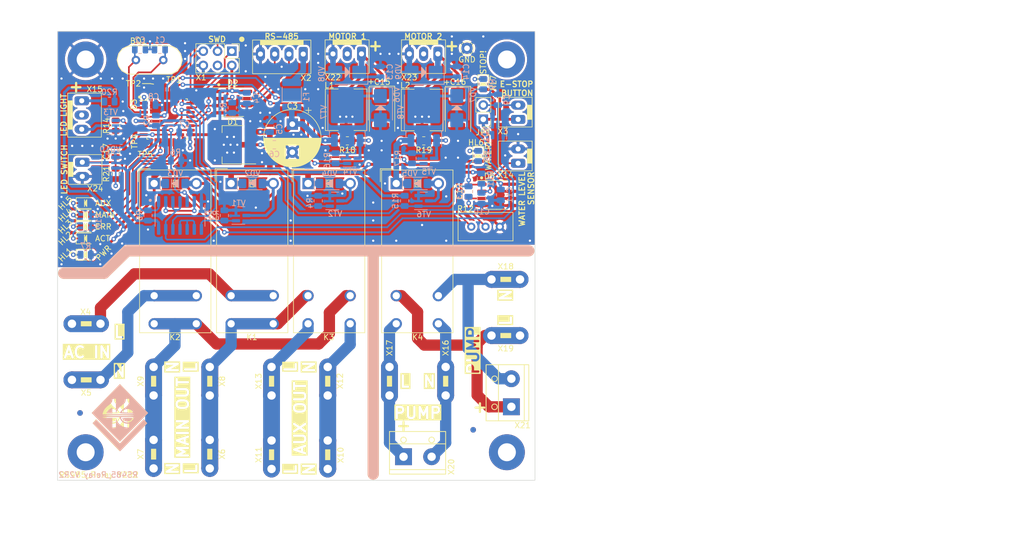
<source format=kicad_pcb>
(kicad_pcb
	(version 20240108)
	(generator "pcbnew")
	(generator_version "8.0")
	(general
		(thickness 1.6)
		(legacy_teardrops no)
	)
	(paper "A4")
	(title_block
		(title "RS485_Relay V2 module")
		(rev "2")
		(company "ООО \"Экросхим\"")
		(comment 1 "Anton Mukhin")
	)
	(layers
		(0 "F.Cu" signal)
		(31 "B.Cu" signal)
		(32 "B.Adhes" user "B.Adhesive")
		(33 "F.Adhes" user "F.Adhesive")
		(34 "B.Paste" user)
		(35 "F.Paste" user)
		(36 "B.SilkS" user "B.Silkscreen")
		(37 "F.SilkS" user "F.Silkscreen")
		(38 "B.Mask" user)
		(39 "F.Mask" user)
		(40 "Dwgs.User" user "User.Drawings")
		(41 "Cmts.User" user "User.Comments")
		(42 "Eco1.User" user "User.Eco1")
		(43 "Eco2.User" user "User.Eco2")
		(44 "Edge.Cuts" user)
		(45 "Margin" user)
		(46 "B.CrtYd" user "B.Courtyard")
		(47 "F.CrtYd" user "F.Courtyard")
		(48 "B.Fab" user)
		(49 "F.Fab" user)
		(50 "User.1" user)
		(51 "User.2" user)
		(52 "User.3" user)
		(53 "User.4" user)
		(54 "User.5" user)
		(55 "User.6" user)
		(56 "User.7" user)
		(57 "User.8" user)
		(58 "User.9" user)
	)
	(setup
		(pad_to_mask_clearance 0)
		(allow_soldermask_bridges_in_footprints no)
		(aux_axis_origin 40 110)
		(grid_origin 40 110)
		(pcbplotparams
			(layerselection 0x00010fc_ffffffff)
			(plot_on_all_layers_selection 0x0000000_00000000)
			(disableapertmacros no)
			(usegerberextensions no)
			(usegerberattributes no)
			(usegerberadvancedattributes no)
			(creategerberjobfile no)
			(dashed_line_dash_ratio 12.000000)
			(dashed_line_gap_ratio 3.000000)
			(svgprecision 4)
			(plotframeref no)
			(viasonmask no)
			(mode 1)
			(useauxorigin yes)
			(hpglpennumber 1)
			(hpglpenspeed 20)
			(hpglpendiameter 15.000000)
			(pdf_front_fp_property_popups yes)
			(pdf_back_fp_property_popups yes)
			(dxfpolygonmode yes)
			(dxfimperialunits yes)
			(dxfusepcbnewfont yes)
			(psnegative no)
			(psa4output no)
			(plotreference yes)
			(plotvalue no)
			(plotfptext yes)
			(plotinvisibletext no)
			(sketchpadsonfab no)
			(subtractmaskfromsilk yes)
			(outputformat 1)
			(mirror no)
			(drillshape 0)
			(scaleselection 1)
			(outputdirectory "gerbers/")
		)
	)
	(net 0 "")
	(net 1 "Net-(D3-PF1)")
	(net 2 "Net-(D3-PF0)")
	(net 3 "GND")
	(net 4 "+12V")
	(net 5 "+3V3")
	(net 6 "E_STOP")
	(net 7 "Net-(D5A--)")
	(net 8 "Net-(D5A-+)")
	(net 9 "WATER")
	(net 10 "Net-(VD8-K)")
	(net 11 "Net-(VD9-K)")
	(net 12 "LIGHTS_SW")
	(net 13 "U1_RX")
	(net 14 "TXEN")
	(net 15 "U1_TX")
	(net 16 "Net-(D2-A)")
	(net 17 "Net-(D2-B)")
	(net 18 "RESET")
	(net 19 "Net-(D3-PA2)")
	(net 20 "Net-(D3-PA3)")
	(net 21 "LIGHTS")
	(net 22 "RL_EN")
	(net 23 "LED_AUX")
	(net 24 "LED_MAIN")
	(net 25 "LED_ERR")
	(net 26 "LED_ACT")
	(net 27 "unconnected-(D3-PA12-Pad22)")
	(net 28 "SWDIO")
	(net 29 "SWCLK")
	(net 30 "RL_AUX")
	(net 31 "RL_MAIN_uC")
	(net 32 "MOTOR1")
	(net 33 "MOTOR2")
	(net 34 "Net-(D3-PB6)")
	(net 35 "Net-(D3-PB7)")
	(net 36 "Net-(D4A-B)")
	(net 37 "LED_STOP")
	(net 38 "Net-(D4C-A)")
	(net 39 "RL_MAIN")
	(net 40 "Net-(X2-Pin_1)")
	(net 41 "unconnected-(H1-Pad1)")
	(net 42 "unconnected-(H2-Pad1)")
	(net 43 "unconnected-(H3-Pad1)")
	(net 44 "Net-(HL1-K)")
	(net 45 "Net-(HL2-K)")
	(net 46 "Net-(HL3-K)")
	(net 47 "Net-(HL4-K)")
	(net 48 "Net-(HL5-K)")
	(net 49 "Net-(HL6-K)")
	(net 50 "Net-(HL7-K)")
	(net 51 "/L_IN")
	(net 52 "/L_MAIN")
	(net 53 "Net-(VD2-A)")
	(net 54 "/N_IN")
	(net 55 "/N_MAIN")
	(net 56 "/L_AUX")
	(net 57 "/N_AUX")
	(net 58 "Net-(VD4-A)")
	(net 59 "Net-(X18-Pin_1)")
	(net 60 "Net-(X17-Pin_1)")
	(net 61 "Net-(X19-Pin_1)")
	(net 62 "Net-(X16-Pin_1)")
	(net 63 "Net-(VD5-A)")
	(net 64 "Net-(VD6-K)")
	(net 65 "Net-(VD7-K)")
	(net 66 "Net-(VT4-D)")
	(net 67 "Net-(VT5-D)")
	(net 68 "Net-(X15-Pin_1)")
	(net 69 "Net-(VT3-D)")
	(net 70 "unconnected-(X1-Pin_4-Pad4)")
	(net 71 "unconnected-(X15-Pin_2-Pad2)")
	(net 72 "unconnected-(X22-Pin_2-Pad2)")
	(net 73 "unconnected-(X23-Pin_2-Pad2)")
	(footprint "Package_SO:SOIC-8_3.9x4.9mm_P1.27mm" (layer "F.Cu") (at 71.2 42.599998))
	(footprint "Relay_THT:Relay_SPST_Omron_G2RL-1A-E" (layer "F.Cu") (at 57.2 57.1))
	(footprint "Ecohim:Connector_TAB_6.35mm" (layer "F.Cu") (at 57.1 92.34 90))
	(footprint "Capacitor_SMD:C_0805_2012Metric" (layer "F.Cu") (at 113.175 58.535 90))
	(footprint "LED_SMD:LED_0805_2012Metric" (layer "F.Cu") (at 45.000001 62.7))
	(footprint "Ecohim:TestPoint_Pad_D0.8mm_no_circle" (layer "F.Cu") (at 59.100001 39.6 180))
	(footprint "Ecohim:DS1070-3_WF-3_CONNFLY" (layer "F.Cu") (at 89.034999 34))
	(footprint "LED_SMD:LED_0805_2012Metric" (layer "F.Cu") (at 45 60.600001))
	(footprint "Resistor_SMD:R_0805_2012Metric" (layer "F.Cu") (at 50.3375 55.4 90))
	(footprint "Ecohim:Connector_TAB_6.35mm" (layer "F.Cu") (at 88.1 92.34 90))
	(footprint "LED_SMD:LED_0805_2012Metric" (layer "F.Cu") (at 45.000001 66.9))
	(footprint "Capacitor_SMD:C_0805_2012Metric" (layer "F.Cu") (at 50.3375 51.4 90))
	(footprint "Ecohim:Connector_TAB_6.35mm" (layer "F.Cu") (at 78.1 105.44 90))
	(footprint "Ecohim:TestPoint_Pad_D0.8mm_no_circle" (layer "F.Cu") (at 54.7 49.6 180))
	(footprint "Ecohim:Connector_TAB_6.35mm" (layer "F.Cu") (at 88.1 105.44 90))
	(footprint "Ecohim:Connector_TAB_6.35mm" (layer "F.Cu") (at 67.1 92.34 90))
	(footprint "Ecohim:Connector_TAB_6.35mm" (layer "F.Cu") (at 109.1 92.339999 -90))
	(footprint "Ecohim:TerminalBlock_KLS2-301-5.00-02P" (layer "F.Cu") (at 120.8 94.4 90))
	(footprint "Relay_THT:Relay_DPST_Omron_G2RL-2A" (layer "F.Cu") (at 100.3 57.1))
	(footprint "Ecohim:TestPoint_Pad_D0.8mm_no_circle" (layer "F.Cu") (at 57.8 39.6 180))
	(footprint "Connector_PinHeader_2.54mm:PinHeader_2x03_P2.54mm_Vertical" (layer "F.Cu") (at 71.025 33.525 -90))
	(footprint "MountingHole:MountingHole_3.2mm_M3_Pad" (layer "F.Cu") (at 45 105))
	(footprint "LED_SMD:LED_0805_2012Metric" (layer "F.Cu") (at 45 69.8))
	(footprint "Ecohim:Connector_TAB_6.35mm" (layer "F.Cu") (at 119.8 74.2))
	(footprint "Ecohim:Connector_TAB_6.35mm" (layer "F.Cu") (at 78.1 92.34 90))
	(footprint "Package_TO_SOT_SMD:SOT-223-3_TabPin2" (layer "F.Cu") (at 71.2 50.2 180))
	(footprint "Resistor_SMD:R_0805_2012Metric" (layer "F.Cu") (at 105.2 49.500001 180))
	(footprint "MountingHole:MountingHole_3.2mm_M3_Pad" (layer "F.Cu") (at 120 105))
	(footprint "Resistor_SMD:R_0805_2012Metric" (layer "F.Cu") (at 91.6 49.5 180))
	(footprint "MountingHole:MountingHole_3.2mm_M3_Pad" (layer "F.Cu") (at 45 35))
	(footprint "Ecohim:TestPoint_Pad_D0.8mm_no_circle" (layer "F.Cu") (at 55.5 50.6 180))
	(footprint "Ecohim:TerminalBlock_KLS2-301-5.00-02P" (layer "F.Cu") (at 104.1 105.8))
	(footprint "Ecohim:Connector_TAB_6.35mm" (layer "F.Cu") (at 57.1 105.34 90))
	(footprint "LED_SMD:LED_0805_2012Metric" (layer "F.Cu") (at 115.8 39.4 -90))
	(footprint "Ecohim:Ecohim-logo_10x12mm" (layer "F.Cu") (at 51.1 98.8))
	(footprint "LED_SMD:LED_0805_2012Metric" (layer "F.Cu") (at 45 64.8))
	(footprint "Potentiometer_THT:Potentiometer_Bourns_3296W_Vertical" (layer "F.Cu") (at 113.66 64.8 180))
	(footprint "Ecohim:DS1070-3_WF-3_CONNFLY" (layer "F.Cu") (at 102.635001 34))
	(footprint "TestPoint:TestPoint_THTPad_D2.0mm_Drill1.0mm" (layer "F.Cu") (at 112.9 33 180))
	(footprint "Ecohim:L_7.3x7.3_H4.5" (layer "F.Cu") (at 91.375 43.965 90))
	(footprint "Fiducial:Fiducial_1mm_Mask3mm" (layer "F.Cu") (at 44 98))
	(footprint "Ecohim:Connector_TAB_6.35mm" (layer "F.Cu") (at 99.1 92.34 -90))
	(footprint "Relay_THT:Relay_DPST_Omron_G2RL-2A" (layer "F.Cu") (at 84.6 57.1))
	(footprint "Capacitor_Tantalum_SMD:CP_EIA-7343-31_Kemet-D" (layer "F.Cu") (at 111.3 44.2 -90))
	(footprint "Ecohim:DS1070-2_WF-2_CONNFLY" (layer "F.Cu") (at 122 50.95 -90))
	(footprint "Capacitor_Tantalum_SMD:CP_EIA-7343-31_Kemet-D" (layer "F.Cu") (at 97.775 44.165 -90))
	(footprint "MountingHole:MountingHole_3.2mm_M3_Pad" (layer "F.Cu") (at 120 35))
	(footprint "Ecohim:Connector_TAB_6.35mm" (layer "F.Cu") (at 67.1 105.34 90))
	(footprint "Package_SO:SOP-8_3.9x4.9mm_P1.27mm"
		(layer "F.Cu")
		(uuid "cc664ecd-ff80-46c5-b513-0eae4b8e19f0")
		(at 118.175 59.135)
		(descr "SOP, 8 Pin (http://www.macronix.com/Lists/Datasheet/Attachments/7534/MX25R3235F,%20Wide%20Range,%2032Mb,%20v1.6.pdf#page=79), generated with kicad-footprint-generator ipc_gullwing_generator.py")
		(tags "SOP SO")
		(property "Reference" "D5"
			(at -1.275 -3.335 0)
			(layer "F.SilkS")
			(uuid "7528f148-1ed7-4de0-ae7e-0a38b2fedf16")
			(effects
				(font
					(size 1 1)
					(thickness 0.15)
				)
			)
		)
		(property "Value" "LM393"
			(at 2.825 -0.035 90)
			(layer "F.Fab")
			(uuid "e336a0c8-d2e0-4cc4-8923-b3478b761b67")
			(effects
				(font
					(size 1 1)
					(thickness 0.15)
				)
			)
		)
		(property "Footprint" "Package_SO:SOP-8_3.9x4.9mm_P1.27mm"
			(at 0 0 0)
			(unlocked yes)
			(layer "F.Fab")
			(hide yes)
			(uuid "a5a4bb47-865f-4fcf-b428-066dad198a21")
			(effects
				(font
					(size 1.27 1.27)
				)
			)
		)
		(property "Datasheet" "http://www.ti.com/lit/ds/symlink/lm393.pdf"
			(at 0 0 0)
			(unlocked yes)
			(layer "F.Fab")
			(hide yes)
			(uuid "5b1983d7-4622-4372-a529-faea96ee0b55")
			(effects
				(font
					(size 1.27 1.27)
				)
			)
		)
		(property "Description" ""
			(at 0 0 0)
			(unlocked yes)
			(layer "F.Fab")
			(hide yes)
			(uuid "55f37b3f-f460-4c60-8162-352715072610")
			(effects
				(font
					(size 1.27 1.27)
				)
			)
		)
		(property ki_fp_filters "SOIC*3.9x4.9mm*P1.27mm* DIP*W7.62mm* SOP*5.28x5.23mm*P1.27mm* VSSOP*3.0x3.0mm*P0.65mm* TSSOP*4.4x3mm*P0.65mm*")
		(path "/244d5097-eb53-4d45-9f92-1ef68e5a9af7")
		(sheetname "Root")
		(sheetfile "RS485_Relay_V2R1.kicad_sch")
		(attr smd)
		(fp_line
			(start 0 -2.56)
			(end -3.45 -2.56)
			(stroke
				(width 0.12)
				(type solid)
			)
			(layer "F.SilkS")
			(uuid "dd03b1de-a2cf-46ee-a56a-6c236a09ce7a")
		)
		(fp_line
			(start 0 -2.56)
			(end 1.95 -2.56)
			(stroke
				(width 0.12)
				(type solid)
			)
			(layer "F.SilkS")
			(uuid "56d8d7e0-fbfb-4331-96cc-34a5b43b7cf7")
		)
		(fp_line
			(start 0 2.56)
			(end -1.95 2.56)
			(stroke
				(width 0.12)
				(type solid)
			)
			(layer "F.SilkS")
			(uuid "88289659-2f59-4b49-aef5-a09d85b97267")
		)
		(fp_line
			(start 0 2.56)
			(end 1.95 2.56)
			(stroke
				(width 0.12)
				(type solid)
			)
			(layer "F.SilkS")
			(uuid "cc2e6eac-5478-434d-a695-21d4999f1e94")
		)
		(fp_line
			(start -3.7 -2.7)
			(end -3.7 2.7)
			(stroke
				(width 0.05)
				(type solid)
			)
			(layer "F.CrtYd")
			(uuid "0e90cfeb-421e-461a-ad87-be966e69d49d")
		)
		(fp_line
			(start -3.7 2.7)
			(end 3.7 2.7)
			(stroke
				(width 0.05)
				(type solid)
			)
			(layer "F.CrtYd")
			(uuid "1d8182dd-e31b-4fb2-95f5-a3c7e8b5078f")
		)
		(fp_line
			(start 3.7 -2.7)
			(end -3.7 -2.7)
			(stroke
				(width 0.05)
				(type solid)
			)
			(layer "F.CrtYd")
			(uuid "626df6de-312f-4ad0-89c2-81b300f75499")
		)
		(fp_line
			(start 3.7 2.7)
			(end 3.7 -2.7)
			(stroke
				(width 0.05)
				(type solid)
			)
			(layer "F.CrtYd")
			(uuid "8c366cc9-a218-4a62-a12b-33b5b06a4988")
		)
		(fp_line
			(start -1.95 -1.475)
			(end -0.975 -2.45)
			(stroke
				(width 0.1)
				(type solid)
			)
			(layer "F.Fab")
			(uuid "511e7bd8-478a-4850-a7aa-c06ded2d074e")
		)
		(fp_line
			(start -1.95 2.45)
			(end -1.95 -1.475)
			(stroke
				(width 0.1)
				(type solid)
			)
			(layer "F.Fab")
			(uuid "6690d87c-22cb-4489-80da-cf2a2bffd571")
		)
		(fp_line
			(start -0.975 -2.45)
			(end 1.95 -2.45)
			(stroke
				(width 0.1)
				(type solid)
			)
			(layer "F.Fab")
			(uuid "e2b00d83-84ea-4bfd-b68a-cc3382227cb6")
		)
		(fp_line
			(start 1.95 -2.45)
			(end 1.95 2.45)
			(stroke
				(width 0.1)
				(type solid)
			)
			(layer "F.Fab")
			(uuid "70282d78-21dd-4a88-80f8-c09f40a27254")
		)
		(fp_line
			(start 1.95 2.45)
			(end -1.95 2.45)
			(stroke
				(width 0.1)
				(type solid)
			)
			(layer "F.Fab")
			(uuid "780ee4b6-c4b5-4bda-9dd2-13263a
... [890194 chars truncated]
</source>
